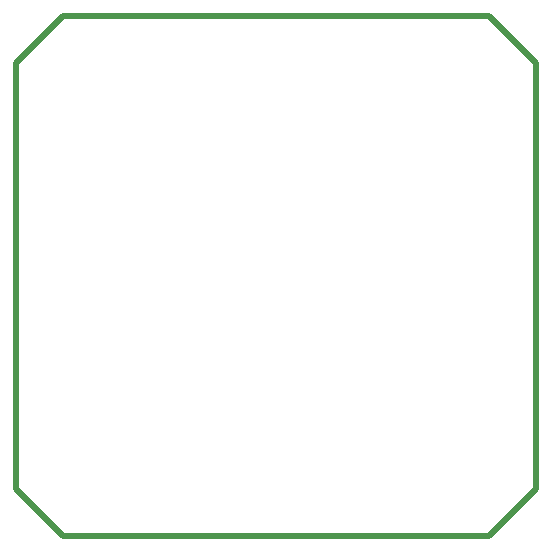
<source format=gko>
%FSLAX33Y33*%
%MOMM*%
%ADD10C,0.508*%
D10*
%LNpath-0*%
G01*
X0Y40000D02*
X4000Y44000D01*
X40000Y44000*
X44000Y40000*
X44000Y4000*
X40000Y0*
X4000Y0*
X0Y4000*
X0Y40000*
%LNmechanical details_traces*%
M02*
</source>
